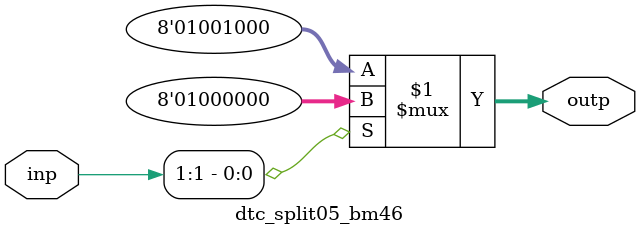
<source format=v>
module dtc_split05_bm46 (
	input  wire [5-1:0] inp,
	output wire [8-1:0] outp
);


	assign outp = (inp[1]) ? 8'b01000000 : 8'b01001000;

endmodule
</source>
